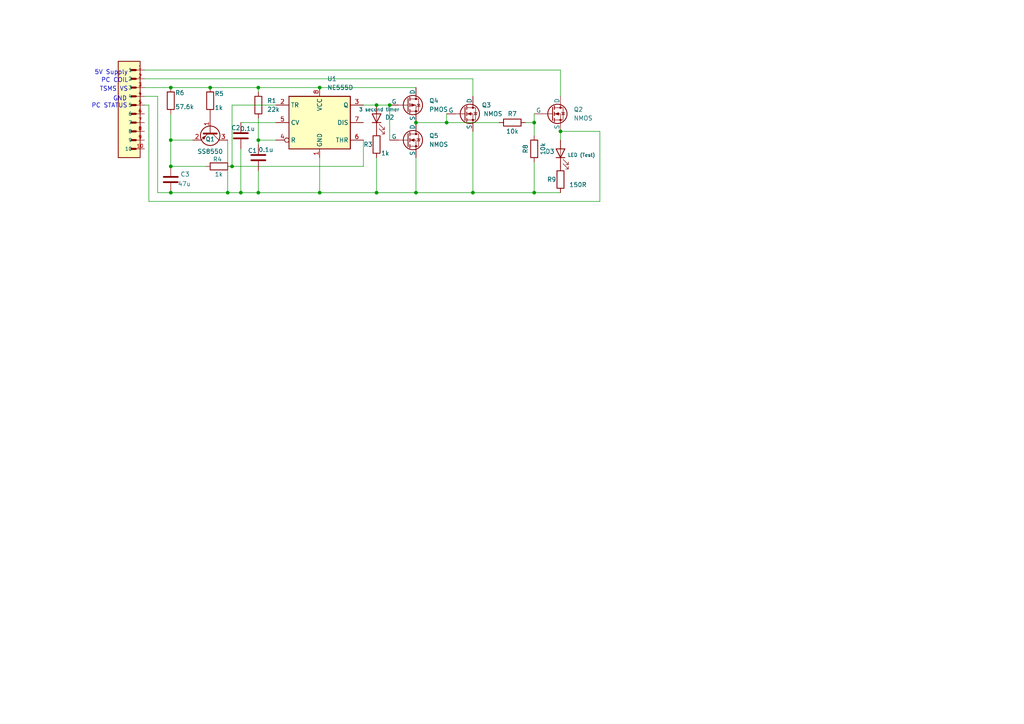
<source format=kicad_sch>
(kicad_sch (version 20231120) (generator "eeschema") (generator_version "8.0")
  (paper "A4")
  (lib_symbols
    (symbol "10 pin output:PH1-10-UA" (pin_names (offset 1.016))
      (property "Reference" "J" (at 0 28.448 0))
      (property "Value" "PH1-10-UA" (at 0 0 0))
      (symbol "PH1-10-UA_0_0"
        (polyline (pts (xy 3.81 2.54) (xy 5.08 2.54)) (stroke (width 0.6096)))
        (polyline (pts (xy 3.81 5.08) (xy 5.08 5.08)) (stroke (width 0.6096)))
        (polyline (pts (xy 3.81 7.62) (xy 5.08 7.62)) (stroke (width 0.6096)))
        (polyline (pts (xy 3.81 10.16) (xy 5.08 10.16)) (stroke (width 0.6096)))
        (polyline (pts (xy 3.81 12.7) (xy 5.08 12.7)) (stroke (width 0.6096)))
        (polyline (pts (xy 3.81 15.24) (xy 5.08 15.24)) (stroke (width 0.6096)))
        (polyline (pts (xy 3.81 17.78) (xy 5.08 17.78)) (stroke (width 0.6096)))
        (polyline (pts (xy 3.81 20.32) (xy 5.08 20.32)) (stroke (width 0.6096)))
        (polyline (pts (xy 3.81 22.86) (xy 5.08 22.86)) (stroke (width 0.6096)))
        (polyline (pts (xy 3.81 25.4) (xy 5.08 25.4)) (stroke (width 0.6096)))
        (rectangle (start 0 0) (end 6.35 27.94) (stroke (width 0.254)) (fill (type background)))
        (pin passive line (at 7.62 25.4 180) (length 2.54) (name "1") (number "1"))
        (pin passive line (at 7.62 2.54 180) (length 2.54) (name "10") (number "10"))
        (pin passive line (at 7.62 22.86 180) (length 2.54) (name "2") (number "2"))
        (pin passive line (at 7.62 20.32 180) (length 2.54) (name "3") (number "3"))
        (pin passive line (at 7.62 17.78 180) (length 2.54) (name "4") (number "4"))
        (pin passive line (at 7.62 15.24 180) (length 2.54) (name "5") (number "5"))
        (pin passive line (at 7.62 12.7 180) (length 2.54) (name "6") (number "6"))
        (pin passive line (at 7.62 10.16 180) (length 2.54) (name "7") (number "7"))
        (pin passive line (at 7.62 7.62 180) (length 2.54) (name "8") (number "8"))
        (pin passive line (at 7.62 5.08 180) (length 2.54) (name "9") (number "9"))
      )
    )
    (symbol "Device:C" (pin_numbers hide) (pin_names (offset 0.254))
      (property "Reference" "C" (at 0.635 2.54 0))
      (property "Value" "C" (at 0.635 -2.54 0))
      (symbol "C_0_1"
        (polyline (pts (xy -2.032 -0.762) (xy 2.032 -0.762)) (stroke (width 0.508)))
        (polyline (pts (xy -2.032 0.762) (xy 2.032 0.762)) (stroke (width 0.508)))
      )
      (symbol "C_1_1"
        (pin passive line (at 0 3.81 270) (length 2.794) (name "~") (number "1"))
        (pin passive line (at 0 -3.81 90) (length 2.794) (name "~") (number "2"))
      )
    )
    (symbol "Device:LED" (pin_numbers hide) (pin_names (offset 1.016) hide)
      (property "Reference" "D" (at 0 2.54 0))
      (property "Value" "LED" (at 0 -2.54 0))
      (symbol "LED_0_1"
        (polyline (pts (xy -1.27 -1.27) (xy -1.27 1.27)) (stroke (width 0.254)))
        (polyline (pts (xy -1.27 0) (xy 1.27 0)))
        (polyline (pts (xy 1.27 -1.27) (xy 1.27 1.27) (xy -1.27 0) (xy 1.27 -1.27)) (stroke (width 0.254)))
        (polyline (pts (xy -3.048 -0.762) (xy -4.572 -2.286) (xy -3.81 -2.286) (xy -4.572 -2.286) (xy -4.572 -1.524)))
        (polyline (pts (xy -1.778 -0.762) (xy -3.302 -2.286) (xy -2.54 -2.286) (xy -3.302 -2.286) (xy -3.302 -1.524)))
      )
      (symbol "LED_1_1"
        (pin passive line (at -3.81 0 0) (length 2.54) (name "K") (number "1"))
        (pin passive line (at 3.81 0 180) (length 2.54) (name "A") (number "2"))
      )
    )
    (symbol "Device:R" (pin_numbers hide) (pin_names (offset 0))
      (property "Reference" "R" (at 2.032 0 90))
      (property "Value" "R" (at 0 0 90))
      (symbol "R_0_1"
        (rectangle (start -1.016 -2.54) (end 1.016 2.54) (stroke (width 0.254)))
      )
      (symbol "R_1_1"
        (pin passive line (at 0 3.81 270) (length 1.27) (name "~") (number "1"))
        (pin passive line (at 0 -3.81 90) (length 1.27) (name "~") (number "2"))
      )
    )
    (symbol "Simulation_SPICE:NMOS" (pin_numbers hide) (pin_names (offset 0))
      (property "Reference" "Q" (at 5.08 1.27 0))
      (property "Value" "NMOS" (at 5.08 -1.27 0))
      (symbol "NMOS_0_1"
        (polyline (pts (xy 0.254 0) (xy -2.54 0)))
        (polyline (pts (xy 0.254 1.905) (xy 0.254 -1.905)) (stroke (width 0.254)))
        (polyline (pts (xy 0.762 -1.27) (xy 0.762 -2.286)) (stroke (width 0.254)))
        (polyline (pts (xy 0.762 0.508) (xy 0.762 -0.508)) (stroke (width 0.254)))
        (polyline (pts (xy 0.762 2.286) (xy 0.762 1.27)) (stroke (width 0.254)))
        (polyline (pts (xy 2.54 2.54) (xy 2.54 1.778)))
        (polyline (pts (xy 2.54 -2.54) (xy 2.54 0) (xy 0.762 0)))
        (polyline (pts (xy 0.762 -1.778) (xy 3.302 -1.778) (xy 3.302 1.778) (xy 0.762 1.778)))
        (polyline (pts (xy 1.016 0) (xy 2.032 0.381) (xy 2.032 -0.381) (xy 1.016 0)) (fill (type outline)))
        (polyline (pts (xy 2.794 0.508) (xy 2.921 0.381) (xy 3.683 0.381) (xy 3.81 0.254)))
        (polyline (pts (xy 3.302 0.381) (xy 2.921 -0.254) (xy 3.683 -0.254) (xy 3.302 0.381)))
        (circle (center 1.651 0) (radius 2.794) (stroke (width 0.254)))
        (circle (center 2.54 -1.778) (radius 0.254) (fill (type outline)))
        (circle (center 2.54 1.778) (radius 0.254) (fill (type outline)))
      )
      (symbol "NMOS_1_1"
        (pin passive line (at 2.54 5.08 270) (length 2.54) (name "D") (number "1"))
        (pin input line (at -5.08 0 0) (length 2.54) (name "G") (number "2"))
        (pin passive line (at 2.54 -5.08 90) (length 2.54) (name "S") (number "3"))
      )
    )
    (symbol "Simulation_SPICE:PMOS" (pin_numbers hide) (pin_names (offset 0))
      (property "Reference" "Q" (at 5.08 1.27 0))
      (property "Value" "PMOS" (at 5.08 -1.27 0))
      (symbol "PMOS_0_1"
        (polyline (pts (xy 0.254 0) (xy -2.54 0)))
        (polyline (pts (xy 0.254 1.905) (xy 0.254 -1.905)) (stroke (width 0.254)))
        (polyline (pts (xy 0.762 -1.27) (xy 0.762 -2.286)) (stroke (width 0.254)))
        (polyline (pts (xy 0.762 0.508) (xy 0.762 -0.508)) (stroke (width 0.254)))
        (polyline (pts (xy 0.762 2.286) (xy 0.762 1.27)) (stroke (width 0.254)))
        (polyline (pts (xy 2.54 2.54) (xy 2.54 1.778)))
        (polyline (pts (xy 2.54 -2.54) (xy 2.54 0) (xy 0.762 0)))
        (polyline (pts (xy 0.762 1.778) (xy 3.302 1.778) (xy 3.302 -1.778) (xy 0.762 -1.778)))
        (polyline (pts (xy 2.286 0) (xy 1.27 0.381) (xy 1.27 -0.381) (xy 2.286 0)) (fill (type outline)))
        (polyline (pts (xy 2.794 -0.508) (xy 2.921 -0.381) (xy 3.683 -0.381) (xy 3.81 -0.254)))
        (polyline (pts (xy 3.302 -0.381) (xy 2.921 0.254) (xy 3.683 0.254) (xy 3.302 -0.381)))
        (circle (center 1.651 0) (radius 2.794) (stroke (width 0.254)))
        (circle (center 2.54 -1.778) (radius 0.254) (fill (type outline)))
        (circle (center 2.54 1.778) (radius 0.254) (fill (type outline)))
      )
      (symbol "PMOS_1_1"
        (pin passive line (at 2.54 5.08 270) (length 2.54) (name "D") (number "1"))
        (pin input line (at -5.08 0 0) (length 2.54) (name "G") (number "2"))
        (pin passive line (at 2.54 -5.08 90) (length 2.54) (name "S") (number "3"))
      )
    )
    (symbol "Timer:NE555D"
      (property "Reference" "U" (at -10.16 8.89 0))
      (property "Value" "NE555D" (at 2.54 8.89 0))
      (symbol "NE555D_0_0"
        (pin power_in line (at 0 -10.16 90) (length 2.54) (name "GND") (number "1"))
        (pin power_in line (at 0 10.16 270) (length 2.54) (name "VCC") (number "8"))
      )
      (symbol "NE555D_0_1"
        (rectangle (start -8.89 -7.62) (end 8.89 7.62) (stroke (width 0.254)) (fill (type background)))
        (rectangle (start -8.89 -7.62) (end 8.89 7.62) (stroke (width 0.254)) (fill (type background)))
      )
      (symbol "NE555D_1_1"
        (pin input line (at -12.7 5.08 0) (length 3.81) (name "TR") (number "2"))
        (pin output line (at 12.7 5.08 180) (length 3.81) (name "Q") (number "3"))
        (pin input inverted (at -12.7 -5.08 0) (length 3.81) (name "R") (number "4"))
        (pin input line (at -12.7 0 0) (length 3.81) (name "CV") (number "5"))
        (pin input line (at 12.7 -5.08 180) (length 3.81) (name "THR") (number "6"))
        (pin input line (at 12.7 0 180) (length 3.81) (name "DIS") (number "7"))
      )
    )
    (symbol "Transistor_BJT:SS8550" (pin_names (offset 0) hide)
      (property "Reference" "Q" (at 5.08 1.905 0))
      (property "Value" "SS8550" (at 5.08 0 0))
      (symbol "SS8550_0_1"
        (polyline (pts (xy 0.635 0.635) (xy 2.54 2.54)))
        (polyline (pts (xy 0.635 -0.635) (xy 2.54 -2.54) (xy 2.54 -2.54)))
        (polyline (pts (xy 0.635 1.905) (xy 0.635 -1.905) (xy 0.635 -1.905)) (stroke (width 0.508)))
        (polyline (pts (xy 2.286 -1.778) (xy 1.778 -2.286) (xy 1.27 -1.27) (xy 2.286 -1.778) (xy 2.286 -1.778)) (fill (type outline)))
        (circle (center 1.27 0) (radius 2.8194) (stroke (width 0.254)))
      )
      (symbol "SS8550_1_1"
        (pin input line (at -5.08 0 0) (length 5.715) (name "B") (number "1"))
        (pin passive line (at 2.54 -5.08 90) (length 2.54) (name "E") (number "2"))
        (pin passive line (at 2.54 5.08 270) (length 2.54) (name "C") (number "3"))
      )
    )
  )
  (junction (at 109.22 30.48))
  (junction (at 49.53 48.26))
  (junction (at 162.56 38.1))
  (junction (at 109.22 55.88))
  (junction (at 60.96 25.4))
  (junction (at 67.31 48.26))
  (junction (at 154.94 55.88))
  (junction (at 74.93 40.64))
  (junction (at 74.93 55.88))
  (junction (at 66.04 55.88))
  (junction (at 49.53 40.64))
  (junction (at 69.85 55.88))
  (junction (at 129.54 35.56))
  (junction (at 120.65 35.56))
  (junction (at 74.93 25.4))
  (junction (at 92.71 25.4))
  (junction (at 113.03 30.48))
  (junction (at 49.53 25.4))
  (junction (at 137.16 55.88))
  (junction (at 120.65 55.88))
  (junction (at 154.94 35.56))
  (junction (at 49.53 55.88))
  (junction (at 92.71 55.88))
  (wire (pts (xy 105.41 30.48) (xy 109.22 30.48)))
  (wire (pts (xy 154.94 46.99) (xy 154.94 55.88)))
  (wire (pts (xy 152.4 35.56) (xy 154.94 35.56)))
  (wire (pts (xy 60.96 25.4) (xy 74.93 25.4)))
  (wire (pts (xy 120.65 55.88) (xy 137.16 55.88)))
  (wire (pts (xy 74.93 40.64) (xy 80.01 40.64)))
  (wire (pts (xy 67.31 30.48) (xy 80.01 30.48)))
  (wire (pts (xy 41.91 22.86) (xy 137.16 22.86)))
  (wire (pts (xy 162.56 20.32) (xy 162.56 27.94)))
  (wire (pts (xy 173.99 38.1) (xy 173.99 58.42)))
  (wire (pts (xy 154.94 35.56) (xy 154.94 33.02)))
  (wire (pts (xy 41.91 25.4) (xy 49.53 25.4)))
  (wire (pts (xy 67.31 48.26) (xy 67.31 30.48)))
  (wire (pts (xy 109.22 30.48) (xy 113.03 30.48)))
  (wire (pts (xy 74.93 49.53) (xy 74.93 55.88)))
  (wire (pts (xy 137.16 22.86) (xy 137.16 27.94)))
  (wire (pts (xy 49.53 48.26) (xy 49.53 40.64)))
  (wire (pts (xy 113.03 30.48) (xy 113.03 40.64)))
  (wire (pts (xy 49.53 48.26) (xy 59.69 48.26)))
  (wire (pts (xy 74.93 25.4) (xy 74.93 26.67)))
  (wire (pts (xy 120.65 45.72) (xy 120.65 55.88)))
  (wire (pts (xy 154.94 55.88) (xy 162.56 55.88)))
  (wire (pts (xy 92.71 55.88) (xy 109.22 55.88)))
  (wire (pts (xy 49.53 25.4) (xy 60.96 25.4)))
  (wire (pts (xy 49.53 55.88) (xy 66.04 55.88)))
  (wire (pts (xy 45.72 55.88) (xy 49.53 55.88)))
  (wire (pts (xy 162.56 38.1) (xy 162.56 40.64)))
  (wire (pts (xy 120.65 35.56) (xy 129.54 35.56)))
  (wire (pts (xy 69.85 43.18) (xy 69.85 55.88)))
  (wire (pts (xy 109.22 55.88) (xy 120.65 55.88)))
  (wire (pts (xy 66.04 55.88) (xy 69.85 55.88)))
  (wire (pts (xy 49.53 40.64) (xy 55.88 40.64)))
  (wire (pts (xy 43.18 58.42) (xy 173.99 58.42)))
  (wire (pts (xy 74.93 55.88) (xy 69.85 55.88)))
  (wire (pts (xy 154.94 35.56) (xy 154.94 39.37)))
  (wire (pts (xy 49.53 33.02) (xy 49.53 40.64)))
  (wire (pts (xy 137.16 55.88) (xy 154.94 55.88)))
  (wire (pts (xy 74.93 40.64) (xy 74.93 41.91)))
  (wire (pts (xy 74.93 55.88) (xy 92.71 55.88)))
  (wire (pts (xy 41.91 30.48) (xy 43.18 30.48)))
  (wire (pts (xy 92.71 25.4) (xy 120.65 25.4)))
  (wire (pts (xy 45.72 27.94) (xy 41.91 27.94)))
  (wire (pts (xy 129.54 35.56) (xy 144.78 35.56)))
  (wire (pts (xy 137.16 38.1) (xy 137.16 55.88)))
  (wire (pts (xy 162.56 38.1) (xy 173.99 38.1)))
  (wire (pts (xy 74.93 34.29) (xy 74.93 40.64)))
  (wire (pts (xy 92.71 45.72) (xy 92.71 55.88)))
  (wire (pts (xy 43.18 30.48) (xy 43.18 58.42)))
  (wire (pts (xy 66.04 40.64) (xy 66.04 55.88)))
  (wire (pts (xy 105.41 40.64) (xy 105.41 48.26)))
  (wire (pts (xy 162.56 20.32) (xy 41.91 20.32)))
  (wire (pts (xy 109.22 45.72) (xy 109.22 55.88)))
  (wire (pts (xy 74.93 25.4) (xy 92.71 25.4)))
  (wire (pts (xy 129.54 35.56) (xy 129.54 33.02)))
  (wire (pts (xy 67.31 48.26) (xy 105.41 48.26)))
  (wire (pts (xy 69.85 35.56) (xy 80.01 35.56)))
  (wire (pts (xy 45.72 27.94) (xy 45.72 55.88)))
  (text "GND" (at 34.798 28.702 0) (effects (font (size 1.27 1.27))))
  (text "PC COIL" (at 33.274 23.368 0) (effects (font (size 1.27 1.27))))
  (text "TSMS VS" (at 33.02 25.908 0) (effects (font (size 1.27 1.27))))
  (text "PC STATUS" (at 31.75 30.734 0) (effects (font (size 1.27 1.27))))
  (text "5V Supply" (at 32.258 21.082 0) (effects (font (size 1.27 1.27))))
  (symbol (lib_id "Simulation_SPICE:NMOS") (at 118.11 40.64 0) (unit 1)
    (property "Reference" "Q5" (at 124.46 39.3699 0) (effects (justify left)))
    (property "Value" "NMOS" (at 124.46 41.9099 0) (effects (justify left)))
    (property "Footprint" "NMOS:SOT23_INF" (effects (hide yes)))
    (property "Datasheet" "https://www.infineon.com/dgdl/irlml2060pbf.pdf?fileId=5546d462533600a401535664b7fb25ee" (effects (hide yes)))
    (property "Description" "N-MOSFET transistor, drain/source/gate" (effects (hide yes)))
    (property "Sim.Device" "NMOS" (effects (hide yes)))
    (property "Sim.Type" "VDMOS" (effects (hide yes)))
    (property "Sim.Pins" "1=D 2=G 3=S" (effects (hide yes)))
  )
  (symbol (lib_id "Device:LED") (at 162.56 44.45 90) (unit 1)
    (property "Reference" "D3" (at 159.512 43.942 90))
    (property "Value" "LED (Test)" (at 168.656 44.958 90) (effects (font (size 1 1))))
    (property "Footprint" "Yellow RTDS LED:LED_AP3216SYD_KNB" (effects (hide yes)))
  )
  (symbol (lib_id "Timer:NE555D") (at 92.71 35.56 0) (unit 1)
    (property "Reference" "U1" (at 94.9041 22.86 0) (effects (justify left)))
    (property "Value" "NE555D" (at 94.9041 25.4 0) (effects (justify left)))
    (property "Footprint" "555 Timer:SOIC127P599X175-8N" (effects (hide yes)))
    (property "Datasheet" "http://www.ti.com/lit/ds/symlink/ne555.pdf" (effects (hide yes)))
  )
  (symbol (lib_id "Transistor_BJT:SS8550") (at 60.96 38.1 270) (unit 1)
    (property "Reference" "Q1" (at 60.96 40.386 90))
    (property "Value" "SS8550" (at 60.96 43.942 90))
    (property "Footprint" "Transistor:SOT-23_MCC" (effects (hide yes)))
    (property "Datasheet" "http://www.secosgmbh.com/datasheet/products/SSMPTransistor/SOT-23/SS8550.pdf" (effects (hide yes)))
    (property "Description" "General Purpose PNP Transistor, 1.5A Ic, 25V Vce, SOT-23" (effects (hide yes)))
  )
  (symbol (lib_id "Device:LED") (at 109.22 34.29 90) (unit 1)
    (property "Reference" "D2" (at 113.03 34.036 90))
    (property "Value" "3 second timer" (at 109.982 31.75 90) (effects (font (size 1 1))))
    (property "Footprint" "Yellow RTDS LED:LED_AP3216SYD_KNB" (effects (hide yes)))
  )
  (symbol (lib_id "Device:R") (at 49.53 29.21 0) (unit 1)
    (property "Reference" "R6" (at 50.8 26.924 0) (effects (justify left)))
    (property "Value" "57.6k" (at 50.8 30.988 0) (effects (justify left)))
    (property "Footprint" "CF14JT10K0:STA_CF14_STP" (effects (hide yes)))
  )
  (symbol (lib_id "Device:R") (at 63.5 48.26 270) (unit 1)
    (property "Reference" "R4" (at 61.722 46.228 90) (effects (justify left)))
    (property "Value" "1k" (at 62.23 50.546 90) (effects (justify left)))
    (property "Footprint" "1k Resistor:STA_RMCF0603_STP" (effects (hide yes)))
  )
  (symbol (lib_id "Device:C") (at 74.93 45.72 0) (unit 1)
    (property "Reference" "C1" (at 71.882 43.688 0) (effects (justify left)))
    (property "Value" "0.1u" (at 74.93 43.434 0) (effects (justify left)))
    (property "Footprint" "0.1 C:CAP_CL31_SAM" (effects (hide yes)))
  )
  (symbol (lib_id "10 pin output:PH1-10-UA") (at 34.29 45.72 0) (unit 1)
    (property "Reference" "J1" (effects (hide yes)))
    (property "Value" "PH1-10-UA" (effects (hide yes)))
    (property "Footprint" "10 pin output:1X10-2.54MM-THT" (effects (hide yes)))
    (property "MF" "Adam Tech" (effects (hide yes)))
    (property "Description_1" "\n                        \n                            Connector Header Through Hole 10 position 0.100 (2.54mm)\n                        \n" (effects (hide yes)))
    (property "Package" "None" (effects (hide yes)))
    (property "Price" "None" (effects (hide yes)))
    (property "SnapEDA_Link" "https://www.snapeda.com/parts/PH1-10-UA/Adam+Tech/view-part/?ref=snap" (effects (hide yes)))
    (property "MP" "PH1-10-UA" (effects (hide yes)))
    (property "Availability" "In Stock" (effects (hide yes)))
    (property "Check_prices" "https://www.snapeda.com/parts/PH1-10-UA/Adam+Tech/view-part/?ref=eda" (effects (hide yes)))
  )
  (symbol (lib_id "Device:R") (at 148.59 35.56 90) (unit 1)
    (property "Reference" "R7" (at 148.59 33.02 90))
    (property "Value" "10k" (at 148.59 38.1 90))
    (property "Footprint" "CF14JT10K0:STA_CF14_STP" (effects (hide yes)))
  )
  (symbol (lib_id "Device:C") (at 69.85 39.37 0) (unit 1)
    (property "Reference" "C2" (at 67.056 37.084 0) (effects (justify left)))
    (property "Value" "0.1u" (at 69.596 37.338 0) (effects (justify left)))
    (property "Footprint" "0.1 C:CAP_CL31_SAM" (effects (hide yes)))
  )
  (symbol (lib_id "Device:R") (at 74.93 30.48 180) (unit 1)
    (property "Reference" "R1" (at 77.47 29.2099 0) (effects (justify right)))
    (property "Value" "22k" (at 77.47 31.7499 0) (effects (justify right)))
    (property "Footprint" "22k resistor:STA_RMCF0805_STP" (effects (hide yes)))
  )
  (symbol (lib_id "Simulation_SPICE:NMOS") (at 134.62 33.02 0) (unit 1)
    (property "Reference" "Q3" (at 139.7 30.48 0) (effects (justify left)))
    (property "Value" "NMOS" (at 140.208 33.02 0) (effects (justify left)))
    (property "Footprint" "NMOS:SOT23_INF" (effects (hide yes)))
    (property "Datasheet" "https://www.infineon.com/dgdl/irlml2060pbf.pdf?fileId=5546d462533600a401535664b7fb25ee" (effects (hide yes)))
    (property "Description" "N-MOSFET transistor, drain/source/gate" (effects (hide yes)))
    (property "Sim.Device" "NMOS" (effects (hide yes)))
    (property "Sim.Type" "VDMOS" (effects (hide yes)))
    (property "Sim.Pins" "1=D 2=G 3=S" (effects (hide yes)))
  )
  (symbol (lib_id "Simulation_SPICE:NMOS") (at 160.02 33.02 0) (unit 1)
    (property "Reference" "Q2" (at 166.37 31.7499 0) (effects (justify left)))
    (property "Value" "NMOS" (at 166.37 34.2899 0) (effects (justify left)))
    (property "Footprint" "NMOS:SOT23_INF" (effects (hide yes)))
    (property "Datasheet" "https://www.infineon.com/dgdl/irlml2060pbf.pdf?fileId=5546d462533600a401535664b7fb25ee" (effects (hide yes)))
    (property "Description" "N-MOSFET transistor, drain/source/gate" (effects (hide yes)))
    (property "Sim.Device" "NMOS" (effects (hide yes)))
    (property "Sim.Type" "VDMOS" (effects (hide yes)))
    (property "Sim.Pins" "1=D 2=G 3=S" (effects (hide yes)))
  )
  (symbol (lib_id "Device:R") (at 154.94 43.18 180) (unit 1)
    (property "Reference" "R8" (at 152.4 43.18 90))
    (property "Value" "10k" (at 157.48 43.18 90))
    (property "Footprint" "CF14JT10K0:STA_CF14_STP" (effects (hide yes)))
  )
  (symbol (lib_id "Simulation_SPICE:PMOS") (at 118.11 30.48 0) (unit 1)
    (property "Reference" "Q4" (at 124.46 29.2099 0) (effects (justify left)))
    (property "Value" "PMOS" (at 124.46 31.7499 0) (effects (justify left)))
    (property "Footprint" "PMOS:VESM_TOS" (effects (hide yes)))
    (property "Datasheet" "https://toshiba.semicon-storage.com/info/SSM3J56MFV_datasheet_en_20140301.pdf?did=7801&prodName=SSM3J56MFV" (effects (hide yes)))
    (property "Description" "P-MOSFET transistor, drain/source/gate" (effects (hide yes)))
    (property "Sim.Device" "PMOS" (effects (hide yes)))
    (property "Sim.Type" "VDMOS" (effects (hide yes)))
    (property "Sim.Pins" "1=D 2=G 3=S" (effects (hide yes)))
  )
  (symbol (lib_id "Device:R") (at 109.22 41.91 0) (unit 1)
    (property "Reference" "R3" (at 105.41 41.91 0) (effects (justify left)))
    (property "Value" "1k" (at 110.49 44.45 0) (effects (justify left)))
    (property "Footprint" "1k Resistor:STA_RMCF0603_STP" (effects (hide yes)))
  )
  (symbol (lib_id "Device:R") (at 162.56 52.07 180) (unit 1)
    (property "Reference" "R9" (at 160.02 52.07 0))
    (property "Value" "150R" (at 167.64 53.594 0))
    (property "Footprint" "150 Ohm resistor:RC0805N_YAG" (effects (hide yes)))
  )
  (symbol (lib_id "Device:R") (at 60.96 29.21 0) (unit 1)
    (property "Reference" "R5" (at 62.23 27.178 0) (effects (justify left)))
    (property "Value" "1k" (at 62.23 31.242 0) (effects (justify left)))
    (property "Footprint" "1k Resistor:STA_RMCF0603_STP" (effects (hide yes)))
  )
  (symbol (lib_id "Device:C") (at 49.53 52.07 0) (unit 1)
    (property "Reference" "C3" (at 52.324 50.546 0) (effects (justify left)))
    (property "Value" "47u" (at 51.562 53.34 0) (effects (justify left)))
    (property "Footprint" "Capacitor 47u:CAP_CL32_SAM" (effects (hide yes)))
  )
)
</source>
